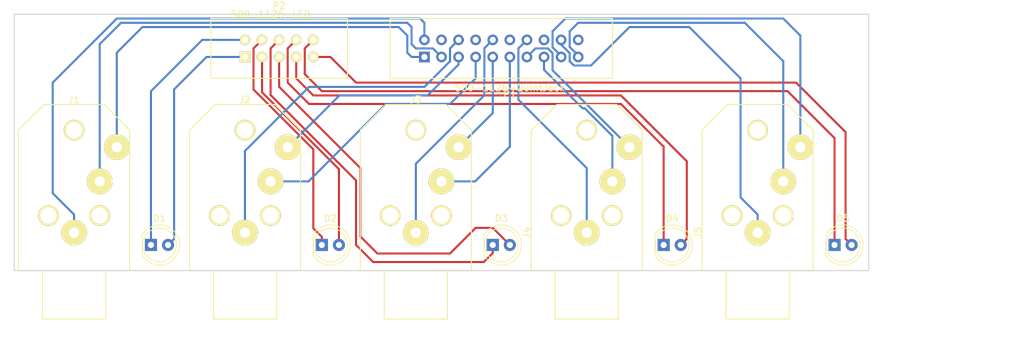
<source format=kicad_pcb>
(kicad_pcb (version 20171130) (host pcbnew "(5.0.0)")

  (general
    (thickness 1.6)
    (drawings 7)
    (tracks 143)
    (zones 0)
    (modules 12)
    (nets 31)
  )

  (page A4)
  (layers
    (0 F.Cu signal)
    (31 B.Cu signal)
    (32 B.Adhes user)
    (33 F.Adhes user)
    (34 B.Paste user)
    (35 F.Paste user)
    (36 B.SilkS user)
    (37 F.SilkS user)
    (38 B.Mask user)
    (39 F.Mask user)
    (40 Dwgs.User user)
    (41 Cmts.User user)
    (42 Eco1.User user)
    (43 Eco2.User user)
    (44 Edge.Cuts user)
    (45 Margin user)
    (46 B.CrtYd user)
    (47 F.CrtYd user)
    (48 B.Fab user)
    (49 F.Fab user)
  )

  (setup
    (last_trace_width 0.3048)
    (trace_clearance 0.3048)
    (zone_clearance 0.508)
    (zone_45_only no)
    (trace_min 0.2)
    (segment_width 0.2)
    (edge_width 0.15)
    (via_size 1.5748)
    (via_drill 0.9144)
    (via_min_size 0.4)
    (via_min_drill 0.3)
    (uvia_size 0.3)
    (uvia_drill 0.1)
    (uvias_allowed no)
    (uvia_min_size 0.2)
    (uvia_min_drill 0.1)
    (pcb_text_width 0.3)
    (pcb_text_size 1.5 1.5)
    (mod_edge_width 0.15)
    (mod_text_size 1 1)
    (mod_text_width 0.15)
    (pad_size 1.524 1.524)
    (pad_drill 0.762)
    (pad_to_mask_clearance 0.2)
    (aux_axis_origin 0 0)
    (visible_elements 7FFFEFFF)
    (pcbplotparams
      (layerselection 0x010f0_ffffffff)
      (usegerberextensions false)
      (usegerberattributes false)
      (usegerberadvancedattributes false)
      (creategerberjobfile false)
      (excludeedgelayer true)
      (linewidth 0.100000)
      (plotframeref false)
      (viasonmask false)
      (mode 1)
      (useauxorigin false)
      (hpglpennumber 1)
      (hpglpenspeed 20)
      (hpglpendiameter 15.000000)
      (psnegative false)
      (psa4output false)
      (plotreference true)
      (plotvalue true)
      (plotinvisibletext false)
      (padsonsilk false)
      (subtractmaskfromsilk false)
      (outputformat 1)
      (mirror false)
      (drillshape 0)
      (scaleselection 1)
      (outputdirectory "FAB/"))
  )

  (net 0 "")
  (net 1 "Net-(D1-Pad1)")
  (net 2 "Net-(D1-Pad2)")
  (net 3 "Net-(D2-Pad1)")
  (net 4 "Net-(D2-Pad2)")
  (net 5 "Net-(D3-Pad1)")
  (net 6 "Net-(D3-Pad2)")
  (net 7 "Net-(D4-Pad1)")
  (net 8 "Net-(D4-Pad2)")
  (net 9 "Net-(D5-Pad1)")
  (net 10 "Net-(D5-Pad2)")
  (net 11 "Net-(J1-Pad1)")
  (net 12 "Net-(J1-Pad2)")
  (net 13 "Net-(J1-Pad3)")
  (net 14 "Net-(J2-Pad1)")
  (net 15 "Net-(J2-Pad2)")
  (net 16 "Net-(J2-Pad3)")
  (net 17 "Net-(J3-Pad1)")
  (net 18 "Net-(J3-Pad2)")
  (net 19 "Net-(J3-Pad3)")
  (net 20 "Net-(J4-Pad1)")
  (net 21 "Net-(J4-Pad2)")
  (net 22 "Net-(J4-Pad3)")
  (net 23 "Net-(J5-Pad1)")
  (net 24 "Net-(J5-Pad2)")
  (net 25 "Net-(J5-Pad3)")
  (net 26 "Net-(P1-Pad4)")
  (net 27 "Net-(P1-Pad8)")
  (net 28 "Net-(P1-Pad12)")
  (net 29 "Net-(P1-Pad16)")
  (net 30 "Net-(P1-Pad20)")

  (net_class Default "This is the default net class."
    (clearance 0.3048)
    (trace_width 0.3048)
    (via_dia 1.5748)
    (via_drill 0.9144)
    (uvia_dia 0.3)
    (uvia_drill 0.1)
    (add_net "Net-(D1-Pad1)")
    (add_net "Net-(D1-Pad2)")
    (add_net "Net-(D2-Pad1)")
    (add_net "Net-(D2-Pad2)")
    (add_net "Net-(D3-Pad1)")
    (add_net "Net-(D3-Pad2)")
    (add_net "Net-(D4-Pad1)")
    (add_net "Net-(D4-Pad2)")
    (add_net "Net-(D5-Pad1)")
    (add_net "Net-(D5-Pad2)")
    (add_net "Net-(J1-Pad1)")
    (add_net "Net-(J1-Pad2)")
    (add_net "Net-(J1-Pad3)")
    (add_net "Net-(J2-Pad1)")
    (add_net "Net-(J2-Pad2)")
    (add_net "Net-(J2-Pad3)")
    (add_net "Net-(J3-Pad1)")
    (add_net "Net-(J3-Pad2)")
    (add_net "Net-(J3-Pad3)")
    (add_net "Net-(J4-Pad1)")
    (add_net "Net-(J4-Pad2)")
    (add_net "Net-(J4-Pad3)")
    (add_net "Net-(J5-Pad1)")
    (add_net "Net-(J5-Pad2)")
    (add_net "Net-(J5-Pad3)")
    (add_net "Net-(P1-Pad12)")
    (add_net "Net-(P1-Pad16)")
    (add_net "Net-(P1-Pad20)")
    (add_net "Net-(P1-Pad4)")
    (add_net "Net-(P1-Pad8)")
  )

  (module FootPrints:LED_5.0mm (layer F.Cu) (tedit 58A0C566) (tstamp 58E1D609)
    (at 143.51 135.89)
    (descr "LED, diameter 5.0mm, 2 pins, http://cdn-reichelt.de/documents/datenblatt/A500/LL-504BC2E-009.pdf")
    (tags "LED diameter 5.0mm 2 pins")
    (path /58E1DE88)
    (fp_text reference D1 (at 1.27 -3.96) (layer F.SilkS)
      (effects (font (size 1 1) (thickness 0.15)))
    )
    (fp_text value LED_ALT (at 1.27 3.96) (layer F.Fab)
      (effects (font (size 1 1) (thickness 0.15)))
    )
    (fp_arc (start 1.27 0) (end -1.23 -1.469694) (angle 299.1) (layer F.Fab) (width 0.1))
    (fp_arc (start 1.27 0) (end -1.29 -1.54483) (angle 148.9) (layer F.SilkS) (width 0.12))
    (fp_arc (start 1.27 0) (end -1.29 1.54483) (angle -148.9) (layer F.SilkS) (width 0.12))
    (fp_circle (center 1.27 0) (end 3.77 0) (layer F.Fab) (width 0.1))
    (fp_circle (center 1.27 0) (end 3.77 0) (layer F.SilkS) (width 0.12))
    (fp_line (start -1.23 -1.469694) (end -1.23 1.469694) (layer F.Fab) (width 0.1))
    (fp_line (start -1.29 -1.545) (end -1.29 1.545) (layer F.SilkS) (width 0.12))
    (fp_line (start -1.95 -3.25) (end -1.95 3.25) (layer F.CrtYd) (width 0.05))
    (fp_line (start -1.95 3.25) (end 4.5 3.25) (layer F.CrtYd) (width 0.05))
    (fp_line (start 4.5 3.25) (end 4.5 -3.25) (layer F.CrtYd) (width 0.05))
    (fp_line (start 4.5 -3.25) (end -1.95 -3.25) (layer F.CrtYd) (width 0.05))
    (pad 1 thru_hole rect (at 0 0) (size 1.8 1.8) (drill 0.9144) (layers *.Cu *.Mask)
      (net 1 "Net-(D1-Pad1)"))
    (pad 2 thru_hole circle (at 2.54 0) (size 1.8 1.8) (drill 0.9144) (layers *.Cu *.Mask)
      (net 2 "Net-(D1-Pad2)"))
    (model LEDs.3dshapes/LED_D5.0mm.wrl
      (at (xyz 0 0 0))
      (scale (xyz 0.393701 0.393701 0.393701))
      (rotate (xyz 0 0 0))
    )
  )

  (module FootPrints:LED_5.0mm (layer F.Cu) (tedit 58A0C566) (tstamp 58E1D60F)
    (at 168.91 135.89)
    (descr "LED, diameter 5.0mm, 2 pins, http://cdn-reichelt.de/documents/datenblatt/A500/LL-504BC2E-009.pdf")
    (tags "LED diameter 5.0mm 2 pins")
    (path /58E1DEF3)
    (fp_text reference D2 (at 1.27 -3.96) (layer F.SilkS)
      (effects (font (size 1 1) (thickness 0.15)))
    )
    (fp_text value LED_ALT (at 1.27 3.96) (layer F.Fab)
      (effects (font (size 1 1) (thickness 0.15)))
    )
    (fp_arc (start 1.27 0) (end -1.23 -1.469694) (angle 299.1) (layer F.Fab) (width 0.1))
    (fp_arc (start 1.27 0) (end -1.29 -1.54483) (angle 148.9) (layer F.SilkS) (width 0.12))
    (fp_arc (start 1.27 0) (end -1.29 1.54483) (angle -148.9) (layer F.SilkS) (width 0.12))
    (fp_circle (center 1.27 0) (end 3.77 0) (layer F.Fab) (width 0.1))
    (fp_circle (center 1.27 0) (end 3.77 0) (layer F.SilkS) (width 0.12))
    (fp_line (start -1.23 -1.469694) (end -1.23 1.469694) (layer F.Fab) (width 0.1))
    (fp_line (start -1.29 -1.545) (end -1.29 1.545) (layer F.SilkS) (width 0.12))
    (fp_line (start -1.95 -3.25) (end -1.95 3.25) (layer F.CrtYd) (width 0.05))
    (fp_line (start -1.95 3.25) (end 4.5 3.25) (layer F.CrtYd) (width 0.05))
    (fp_line (start 4.5 3.25) (end 4.5 -3.25) (layer F.CrtYd) (width 0.05))
    (fp_line (start 4.5 -3.25) (end -1.95 -3.25) (layer F.CrtYd) (width 0.05))
    (pad 1 thru_hole rect (at 0 0) (size 1.8 1.8) (drill 0.9144) (layers *.Cu *.Mask)
      (net 3 "Net-(D2-Pad1)"))
    (pad 2 thru_hole circle (at 2.54 0) (size 1.8 1.8) (drill 0.9144) (layers *.Cu *.Mask)
      (net 4 "Net-(D2-Pad2)"))
    (model LEDs.3dshapes/LED_D5.0mm.wrl
      (at (xyz 0 0 0))
      (scale (xyz 0.393701 0.393701 0.393701))
      (rotate (xyz 0 0 0))
    )
  )

  (module FootPrints:LED_5.0mm (layer F.Cu) (tedit 58A0C566) (tstamp 58E1D615)
    (at 194.31 135.89)
    (descr "LED, diameter 5.0mm, 2 pins, http://cdn-reichelt.de/documents/datenblatt/A500/LL-504BC2E-009.pdf")
    (tags "LED diameter 5.0mm 2 pins")
    (path /58E1DF2A)
    (fp_text reference D3 (at 1.27 -3.96) (layer F.SilkS)
      (effects (font (size 1 1) (thickness 0.15)))
    )
    (fp_text value LED_ALT (at 1.27 3.96) (layer F.Fab)
      (effects (font (size 1 1) (thickness 0.15)))
    )
    (fp_arc (start 1.27 0) (end -1.23 -1.469694) (angle 299.1) (layer F.Fab) (width 0.1))
    (fp_arc (start 1.27 0) (end -1.29 -1.54483) (angle 148.9) (layer F.SilkS) (width 0.12))
    (fp_arc (start 1.27 0) (end -1.29 1.54483) (angle -148.9) (layer F.SilkS) (width 0.12))
    (fp_circle (center 1.27 0) (end 3.77 0) (layer F.Fab) (width 0.1))
    (fp_circle (center 1.27 0) (end 3.77 0) (layer F.SilkS) (width 0.12))
    (fp_line (start -1.23 -1.469694) (end -1.23 1.469694) (layer F.Fab) (width 0.1))
    (fp_line (start -1.29 -1.545) (end -1.29 1.545) (layer F.SilkS) (width 0.12))
    (fp_line (start -1.95 -3.25) (end -1.95 3.25) (layer F.CrtYd) (width 0.05))
    (fp_line (start -1.95 3.25) (end 4.5 3.25) (layer F.CrtYd) (width 0.05))
    (fp_line (start 4.5 3.25) (end 4.5 -3.25) (layer F.CrtYd) (width 0.05))
    (fp_line (start 4.5 -3.25) (end -1.95 -3.25) (layer F.CrtYd) (width 0.05))
    (pad 1 thru_hole rect (at 0 0) (size 1.8 1.8) (drill 0.9144) (layers *.Cu *.Mask)
      (net 5 "Net-(D3-Pad1)"))
    (pad 2 thru_hole circle (at 2.54 0) (size 1.8 1.8) (drill 0.9144) (layers *.Cu *.Mask)
      (net 6 "Net-(D3-Pad2)"))
    (model LEDs.3dshapes/LED_D5.0mm.wrl
      (at (xyz 0 0 0))
      (scale (xyz 0.393701 0.393701 0.393701))
      (rotate (xyz 0 0 0))
    )
  )

  (module FootPrints:LED_5.0mm (layer F.Cu) (tedit 58A0C566) (tstamp 58E1D61B)
    (at 219.71 135.89)
    (descr "LED, diameter 5.0mm, 2 pins, http://cdn-reichelt.de/documents/datenblatt/A500/LL-504BC2E-009.pdf")
    (tags "LED diameter 5.0mm 2 pins")
    (path /58E1DF60)
    (fp_text reference D4 (at 1.27 -3.96) (layer F.SilkS)
      (effects (font (size 1 1) (thickness 0.15)))
    )
    (fp_text value LED_ALT (at 1.27 3.96) (layer F.Fab)
      (effects (font (size 1 1) (thickness 0.15)))
    )
    (fp_arc (start 1.27 0) (end -1.23 -1.469694) (angle 299.1) (layer F.Fab) (width 0.1))
    (fp_arc (start 1.27 0) (end -1.29 -1.54483) (angle 148.9) (layer F.SilkS) (width 0.12))
    (fp_arc (start 1.27 0) (end -1.29 1.54483) (angle -148.9) (layer F.SilkS) (width 0.12))
    (fp_circle (center 1.27 0) (end 3.77 0) (layer F.Fab) (width 0.1))
    (fp_circle (center 1.27 0) (end 3.77 0) (layer F.SilkS) (width 0.12))
    (fp_line (start -1.23 -1.469694) (end -1.23 1.469694) (layer F.Fab) (width 0.1))
    (fp_line (start -1.29 -1.545) (end -1.29 1.545) (layer F.SilkS) (width 0.12))
    (fp_line (start -1.95 -3.25) (end -1.95 3.25) (layer F.CrtYd) (width 0.05))
    (fp_line (start -1.95 3.25) (end 4.5 3.25) (layer F.CrtYd) (width 0.05))
    (fp_line (start 4.5 3.25) (end 4.5 -3.25) (layer F.CrtYd) (width 0.05))
    (fp_line (start 4.5 -3.25) (end -1.95 -3.25) (layer F.CrtYd) (width 0.05))
    (pad 1 thru_hole rect (at 0 0) (size 1.8 1.8) (drill 0.9144) (layers *.Cu *.Mask)
      (net 7 "Net-(D4-Pad1)"))
    (pad 2 thru_hole circle (at 2.54 0) (size 1.8 1.8) (drill 0.9144) (layers *.Cu *.Mask)
      (net 8 "Net-(D4-Pad2)"))
    (model LEDs.3dshapes/LED_D5.0mm.wrl
      (at (xyz 0 0 0))
      (scale (xyz 0.393701 0.393701 0.393701))
      (rotate (xyz 0 0 0))
    )
  )

  (module FootPrints:LED_5.0mm (layer F.Cu) (tedit 58A0C566) (tstamp 58E1D621)
    (at 245.11 135.89)
    (descr "LED, diameter 5.0mm, 2 pins, http://cdn-reichelt.de/documents/datenblatt/A500/LL-504BC2E-009.pdf")
    (tags "LED diameter 5.0mm 2 pins")
    (path /58E1DFCE)
    (fp_text reference D5 (at 1.27 -3.96) (layer F.SilkS)
      (effects (font (size 1 1) (thickness 0.15)))
    )
    (fp_text value LED_ALT (at 1.27 3.96) (layer F.Fab)
      (effects (font (size 1 1) (thickness 0.15)))
    )
    (fp_arc (start 1.27 0) (end -1.23 -1.469694) (angle 299.1) (layer F.Fab) (width 0.1))
    (fp_arc (start 1.27 0) (end -1.29 -1.54483) (angle 148.9) (layer F.SilkS) (width 0.12))
    (fp_arc (start 1.27 0) (end -1.29 1.54483) (angle -148.9) (layer F.SilkS) (width 0.12))
    (fp_circle (center 1.27 0) (end 3.77 0) (layer F.Fab) (width 0.1))
    (fp_circle (center 1.27 0) (end 3.77 0) (layer F.SilkS) (width 0.12))
    (fp_line (start -1.23 -1.469694) (end -1.23 1.469694) (layer F.Fab) (width 0.1))
    (fp_line (start -1.29 -1.545) (end -1.29 1.545) (layer F.SilkS) (width 0.12))
    (fp_line (start -1.95 -3.25) (end -1.95 3.25) (layer F.CrtYd) (width 0.05))
    (fp_line (start -1.95 3.25) (end 4.5 3.25) (layer F.CrtYd) (width 0.05))
    (fp_line (start 4.5 3.25) (end 4.5 -3.25) (layer F.CrtYd) (width 0.05))
    (fp_line (start 4.5 -3.25) (end -1.95 -3.25) (layer F.CrtYd) (width 0.05))
    (pad 1 thru_hole rect (at 0 0) (size 1.8 1.8) (drill 0.9144) (layers *.Cu *.Mask)
      (net 9 "Net-(D5-Pad1)"))
    (pad 2 thru_hole circle (at 2.54 0) (size 1.8 1.8) (drill 0.9144) (layers *.Cu *.Mask)
      (net 10 "Net-(D5-Pad2)"))
    (model LEDs.3dshapes/LED_D5.0mm.wrl
      (at (xyz 0 0 0))
      (scale (xyz 0.393701 0.393701 0.393701))
      (rotate (xyz 0 0 0))
    )
  )

  (module FootPrints:PHONE-SC112A (layer F.Cu) (tedit 58E26CA5) (tstamp 58E1D62B)
    (at 132.08 139.7 270)
    (path /58E1CFB5)
    (fp_text reference J1 (at -25.4 0) (layer F.SilkS)
      (effects (font (size 1 1) (thickness 0.15)))
    )
    (fp_text value Phone_Jack_wSw-PCB (at -5.6388 10.16 270) (layer F.Fab)
      (effects (font (size 1 1) (thickness 0.15)))
    )
    (fp_line (start 0 -4.699) (end 7.1882 -4.699) (layer F.SilkS) (width 0.15))
    (fp_line (start 7.1882 -4.699) (end 7.1882 4.699) (layer F.SilkS) (width 0.15))
    (fp_line (start 7.1882 4.699) (end 0 4.699) (layer F.SilkS) (width 0.15))
    (fp_line (start -24.6888 4.445) (end -24.6888 -4.445) (layer F.SilkS) (width 0.15))
    (fp_line (start -24.6888 -4.445) (end -20.8788 -8.255) (layer F.SilkS) (width 0.15))
    (fp_line (start -20.8788 -8.255) (end 0 -8.255) (layer F.SilkS) (width 0.15))
    (fp_line (start 0 -8.255) (end 0 8.255) (layer F.SilkS) (width 0.15))
    (fp_line (start 0 8.255) (end -20.8788 8.255) (layer F.SilkS) (width 0.15))
    (fp_line (start -20.8788 8.255) (end -24.6888 4.445) (layer F.SilkS) (width 0.15))
    (pad 1 thru_hole circle (at -5.6388 0 270) (size 3.81 3.81) (drill 1.524) (layers *.Cu *.Mask F.SilkS)
      (net 11 "Net-(J1-Pad1)"))
    (pad "" thru_hole circle (at -8.1788 -3.81 270) (size 3.048 3.048) (drill 2.413) (layers *.Cu *.Mask F.SilkS))
    (pad 2 thru_hole circle (at -13.2588 -3.81 270) (size 3.81 3.81) (drill 1.524) (layers *.Cu *.Mask F.SilkS)
      (net 12 "Net-(J1-Pad2)"))
    (pad 3 thru_hole circle (at -18.3388 -6.35 270) (size 3.81 3.81) (drill 1.524) (layers *.Cu *.Mask F.SilkS)
      (net 13 "Net-(J1-Pad3)"))
    (pad "" thru_hole circle (at -20.8788 0 270) (size 3.048 3.048) (drill 2.413) (layers *.Cu *.Mask F.SilkS))
    (pad "" thru_hole circle (at -8.1788 3.81 270) (size 3.048 3.048) (drill 2.413) (layers *.Cu *.Mask F.SilkS))
  )

  (module FootPrints:PHONE-SC112A (layer F.Cu) (tedit 58E26CB1) (tstamp 58E1D635)
    (at 157.48 139.7 270)
    (path /58E1CFEB)
    (fp_text reference J2 (at -25.4 0) (layer F.SilkS)
      (effects (font (size 1 1) (thickness 0.15)))
    )
    (fp_text value Phone_Jack_wSw-PCB (at -5.6388 10.16 270) (layer F.Fab)
      (effects (font (size 1 1) (thickness 0.15)))
    )
    (fp_line (start 0 -4.699) (end 7.1882 -4.699) (layer F.SilkS) (width 0.15))
    (fp_line (start 7.1882 -4.699) (end 7.1882 4.699) (layer F.SilkS) (width 0.15))
    (fp_line (start 7.1882 4.699) (end 0 4.699) (layer F.SilkS) (width 0.15))
    (fp_line (start -24.6888 4.445) (end -24.6888 -4.445) (layer F.SilkS) (width 0.15))
    (fp_line (start -24.6888 -4.445) (end -20.8788 -8.255) (layer F.SilkS) (width 0.15))
    (fp_line (start -20.8788 -8.255) (end 0 -8.255) (layer F.SilkS) (width 0.15))
    (fp_line (start 0 -8.255) (end 0 8.255) (layer F.SilkS) (width 0.15))
    (fp_line (start 0 8.255) (end -20.8788 8.255) (layer F.SilkS) (width 0.15))
    (fp_line (start -20.8788 8.255) (end -24.6888 4.445) (layer F.SilkS) (width 0.15))
    (pad 1 thru_hole circle (at -5.6388 0 270) (size 3.81 3.81) (drill 1.524) (layers *.Cu *.Mask F.SilkS)
      (net 14 "Net-(J2-Pad1)"))
    (pad "" thru_hole circle (at -8.1788 -3.81 270) (size 3.048 3.048) (drill 2.413) (layers *.Cu *.Mask F.SilkS))
    (pad 2 thru_hole circle (at -13.2588 -3.81 270) (size 3.81 3.81) (drill 1.524) (layers *.Cu *.Mask F.SilkS)
      (net 15 "Net-(J2-Pad2)"))
    (pad 3 thru_hole circle (at -18.3388 -6.35 270) (size 3.81 3.81) (drill 1.524) (layers *.Cu *.Mask F.SilkS)
      (net 16 "Net-(J2-Pad3)"))
    (pad "" thru_hole circle (at -20.8788 0 270) (size 3.048 3.048) (drill 2.413) (layers *.Cu *.Mask F.SilkS))
    (pad "" thru_hole circle (at -8.1788 3.81 270) (size 3.048 3.048) (drill 2.413) (layers *.Cu *.Mask F.SilkS))
  )

  (module FootPrints:PHONE-SC112A (layer F.Cu) (tedit 58E26CC2) (tstamp 58E1D63F)
    (at 182.88 139.7 270)
    (path /58E1D00D)
    (fp_text reference J3 (at -25.4 0) (layer F.SilkS)
      (effects (font (size 1 1) (thickness 0.15)))
    )
    (fp_text value Phone_Jack_wSw-PCB (at -5.6388 10.16 270) (layer F.Fab)
      (effects (font (size 1 1) (thickness 0.15)))
    )
    (fp_line (start 0 -4.699) (end 7.1882 -4.699) (layer F.SilkS) (width 0.15))
    (fp_line (start 7.1882 -4.699) (end 7.1882 4.699) (layer F.SilkS) (width 0.15))
    (fp_line (start 7.1882 4.699) (end 0 4.699) (layer F.SilkS) (width 0.15))
    (fp_line (start -24.6888 4.445) (end -24.6888 -4.445) (layer F.SilkS) (width 0.15))
    (fp_line (start -24.6888 -4.445) (end -20.8788 -8.255) (layer F.SilkS) (width 0.15))
    (fp_line (start -20.8788 -8.255) (end 0 -8.255) (layer F.SilkS) (width 0.15))
    (fp_line (start 0 -8.255) (end 0 8.255) (layer F.SilkS) (width 0.15))
    (fp_line (start 0 8.255) (end -20.8788 8.255) (layer F.SilkS) (width 0.15))
    (fp_line (start -20.8788 8.255) (end -24.6888 4.445) (layer F.SilkS) (width 0.15))
    (pad 1 thru_hole circle (at -5.6388 0 270) (size 3.81 3.81) (drill 1.524) (layers *.Cu *.Mask F.SilkS)
      (net 17 "Net-(J3-Pad1)"))
    (pad "" thru_hole circle (at -8.1788 -3.81 270) (size 3.048 3.048) (drill 2.413) (layers *.Cu *.Mask F.SilkS))
    (pad 2 thru_hole circle (at -13.2588 -3.81 270) (size 3.81 3.81) (drill 1.524) (layers *.Cu *.Mask F.SilkS)
      (net 18 "Net-(J3-Pad2)"))
    (pad 3 thru_hole circle (at -18.3388 -6.35 270) (size 3.81 3.81) (drill 1.524) (layers *.Cu *.Mask F.SilkS)
      (net 19 "Net-(J3-Pad3)"))
    (pad "" thru_hole circle (at -20.8788 0 270) (size 3.048 3.048) (drill 2.413) (layers *.Cu *.Mask F.SilkS))
    (pad "" thru_hole circle (at -8.1788 3.81 270) (size 3.048 3.048) (drill 2.413) (layers *.Cu *.Mask F.SilkS))
  )

  (module FootPrints:PHONE-SC112A (layer F.Cu) (tedit 56D52D2B) (tstamp 58E1D649)
    (at 208.28 139.7 270)
    (path /58E1D03A)
    (fp_text reference J4 (at -5.6388 8.89 270) (layer F.SilkS)
      (effects (font (size 1 1) (thickness 0.15)))
    )
    (fp_text value Phone_Jack_wSw-PCB (at -5.6388 10.16 270) (layer F.Fab)
      (effects (font (size 1 1) (thickness 0.15)))
    )
    (fp_line (start 0 -4.699) (end 7.1882 -4.699) (layer F.SilkS) (width 0.15))
    (fp_line (start 7.1882 -4.699) (end 7.1882 4.699) (layer F.SilkS) (width 0.15))
    (fp_line (start 7.1882 4.699) (end 0 4.699) (layer F.SilkS) (width 0.15))
    (fp_line (start -24.6888 4.445) (end -24.6888 -4.445) (layer F.SilkS) (width 0.15))
    (fp_line (start -24.6888 -4.445) (end -20.8788 -8.255) (layer F.SilkS) (width 0.15))
    (fp_line (start -20.8788 -8.255) (end 0 -8.255) (layer F.SilkS) (width 0.15))
    (fp_line (start 0 -8.255) (end 0 8.255) (layer F.SilkS) (width 0.15))
    (fp_line (start 0 8.255) (end -20.8788 8.255) (layer F.SilkS) (width 0.15))
    (fp_line (start -20.8788 8.255) (end -24.6888 4.445) (layer F.SilkS) (width 0.15))
    (pad 1 thru_hole circle (at -5.6388 0 270) (size 3.81 3.81) (drill 1.524) (layers *.Cu *.Mask F.SilkS)
      (net 20 "Net-(J4-Pad1)"))
    (pad "" thru_hole circle (at -8.1788 -3.81 270) (size 3.048 3.048) (drill 2.413) (layers *.Cu *.Mask F.SilkS))
    (pad 2 thru_hole circle (at -13.2588 -3.81 270) (size 3.81 3.81) (drill 1.524) (layers *.Cu *.Mask F.SilkS)
      (net 21 "Net-(J4-Pad2)"))
    (pad 3 thru_hole circle (at -18.3388 -6.35 270) (size 3.81 3.81) (drill 1.524) (layers *.Cu *.Mask F.SilkS)
      (net 22 "Net-(J4-Pad3)"))
    (pad "" thru_hole circle (at -20.8788 0 270) (size 3.048 3.048) (drill 2.413) (layers *.Cu *.Mask F.SilkS))
    (pad "" thru_hole circle (at -8.1788 3.81 270) (size 3.048 3.048) (drill 2.413) (layers *.Cu *.Mask F.SilkS))
  )

  (module FootPrints:PHONE-SC112A (layer F.Cu) (tedit 56D52D2B) (tstamp 58E1D653)
    (at 233.68 139.7 270)
    (path /58E1D068)
    (fp_text reference J5 (at -5.6388 8.89 270) (layer F.SilkS)
      (effects (font (size 1 1) (thickness 0.15)))
    )
    (fp_text value Phone_Jack_wSw-PCB (at -5.6388 10.16 270) (layer F.Fab)
      (effects (font (size 1 1) (thickness 0.15)))
    )
    (fp_line (start 0 -4.699) (end 7.1882 -4.699) (layer F.SilkS) (width 0.15))
    (fp_line (start 7.1882 -4.699) (end 7.1882 4.699) (layer F.SilkS) (width 0.15))
    (fp_line (start 7.1882 4.699) (end 0 4.699) (layer F.SilkS) (width 0.15))
    (fp_line (start -24.6888 4.445) (end -24.6888 -4.445) (layer F.SilkS) (width 0.15))
    (fp_line (start -24.6888 -4.445) (end -20.8788 -8.255) (layer F.SilkS) (width 0.15))
    (fp_line (start -20.8788 -8.255) (end 0 -8.255) (layer F.SilkS) (width 0.15))
    (fp_line (start 0 -8.255) (end 0 8.255) (layer F.SilkS) (width 0.15))
    (fp_line (start 0 8.255) (end -20.8788 8.255) (layer F.SilkS) (width 0.15))
    (fp_line (start -20.8788 8.255) (end -24.6888 4.445) (layer F.SilkS) (width 0.15))
    (pad 1 thru_hole circle (at -5.6388 0 270) (size 3.81 3.81) (drill 1.524) (layers *.Cu *.Mask F.SilkS)
      (net 23 "Net-(J5-Pad1)"))
    (pad "" thru_hole circle (at -8.1788 -3.81 270) (size 3.048 3.048) (drill 2.413) (layers *.Cu *.Mask F.SilkS))
    (pad 2 thru_hole circle (at -13.2588 -3.81 270) (size 3.81 3.81) (drill 1.524) (layers *.Cu *.Mask F.SilkS)
      (net 24 "Net-(J5-Pad2)"))
    (pad 3 thru_hole circle (at -18.3388 -6.35 270) (size 3.81 3.81) (drill 1.524) (layers *.Cu *.Mask F.SilkS)
      (net 25 "Net-(J5-Pad3)"))
    (pad "" thru_hole circle (at -20.8788 0 270) (size 3.048 3.048) (drill 2.413) (layers *.Cu *.Mask F.SilkS))
    (pad "" thru_hole circle (at -8.1788 3.81 270) (size 3.048 3.048) (drill 2.413) (layers *.Cu *.Mask F.SilkS))
  )

  (module FootPrints:IDC10x2_Vert (layer F.Cu) (tedit 58BDCF68) (tstamp 58E1D66B)
    (at 195.58 106.68)
    (path /58E1D5E0)
    (fp_text reference P1 (at 1.27 6.85) (layer F.SilkS)
      (effects (font (size 1 1) (thickness 0.15)))
    )
    (fp_text value 500-1126-QuintJack (at 1.27 5.85) (layer F.SilkS)
      (effects (font (size 1 1) (thickness 0.15)))
    )
    (fp_line (start -16.51 -4.445) (end 16.51 -4.445) (layer F.SilkS) (width 0.15))
    (fp_line (start 16.51 -4.445) (end 16.51 4.445) (layer F.SilkS) (width 0.15))
    (fp_line (start 16.51 4.445) (end -15.875 4.445) (layer F.SilkS) (width 0.15))
    (fp_line (start -15.875 4.445) (end -16.51 4.445) (layer F.SilkS) (width 0.15))
    (fp_line (start -16.51 4.445) (end -16.51 -4.445) (layer F.SilkS) (width 0.15))
    (fp_line (start -16.51 -4.445) (end -15.875 -4.445) (layer F.SilkS) (width 0.15))
    (pad 1 thru_hole rect (at -11.43 1.27) (size 1.5748 1.5748) (drill 0.9144) (layers *.Cu *.Mask)
      (net 13 "Net-(J1-Pad3)"))
    (pad 2 thru_hole circle (at -11.43 -1.27) (size 1.5748 1.5748) (drill 0.9144) (layers *.Cu *.Mask)
      (net 11 "Net-(J1-Pad1)"))
    (pad 3 thru_hole circle (at -8.89 1.27) (size 1.5748 1.5748) (drill 0.9144) (layers *.Cu *.Mask)
      (net 12 "Net-(J1-Pad2)"))
    (pad 4 thru_hole circle (at -8.89 -1.27) (size 1.5748 1.5748) (drill 0.9144) (layers *.Cu *.Mask)
      (net 26 "Net-(P1-Pad4)"))
    (pad 5 thru_hole circle (at -6.35 1.27) (size 1.5748 1.5748) (drill 0.9144) (layers *.Cu *.Mask)
      (net 16 "Net-(J2-Pad3)"))
    (pad 6 thru_hole circle (at -6.35 -1.27) (size 1.5748 1.5748) (drill 0.9144) (layers *.Cu *.Mask)
      (net 14 "Net-(J2-Pad1)"))
    (pad 7 thru_hole circle (at -3.81 1.27) (size 1.5748 1.5748) (drill 0.9144) (layers *.Cu *.Mask)
      (net 15 "Net-(J2-Pad2)"))
    (pad 8 thru_hole circle (at -3.81 -1.27) (size 1.5748 1.5748) (drill 0.9144) (layers *.Cu *.Mask)
      (net 27 "Net-(P1-Pad8)"))
    (pad 9 thru_hole circle (at -1.27 1.27) (size 1.5748 1.5748) (drill 0.9144) (layers *.Cu *.Mask)
      (net 19 "Net-(J3-Pad3)"))
    (pad 10 thru_hole circle (at -1.27 -1.27) (size 1.5748 1.5748) (drill 0.9144) (layers *.Cu *.Mask)
      (net 17 "Net-(J3-Pad1)"))
    (pad 11 thru_hole circle (at 1.27 1.27) (size 1.5748 1.5748) (drill 0.9144) (layers *.Cu *.Mask)
      (net 18 "Net-(J3-Pad2)"))
    (pad 12 thru_hole circle (at 1.27 -1.27) (size 1.5748 1.5748) (drill 0.9144) (layers *.Cu *.Mask)
      (net 28 "Net-(P1-Pad12)"))
    (pad 13 thru_hole circle (at 3.81 1.27) (size 1.5748 1.5748) (drill 0.9144) (layers *.Cu *.Mask)
      (net 22 "Net-(J4-Pad3)"))
    (pad 14 thru_hole circle (at 3.81 -1.27) (size 1.5748 1.5748) (drill 0.9144) (layers *.Cu *.Mask)
      (net 20 "Net-(J4-Pad1)"))
    (pad 15 thru_hole circle (at 6.35 1.27) (size 1.5748 1.5748) (drill 0.9144) (layers *.Cu *.Mask)
      (net 21 "Net-(J4-Pad2)"))
    (pad 16 thru_hole circle (at 6.35 -1.27) (size 1.5748 1.5748) (drill 0.9144) (layers *.Cu *.Mask)
      (net 29 "Net-(P1-Pad16)"))
    (pad 17 thru_hole circle (at 8.89 1.27) (size 1.5748 1.5748) (drill 0.9144) (layers *.Cu *.Mask)
      (net 25 "Net-(J5-Pad3)"))
    (pad 18 thru_hole circle (at 8.89 -1.27) (size 1.5748 1.5748) (drill 0.9144) (layers *.Cu *.Mask)
      (net 23 "Net-(J5-Pad1)"))
    (pad 19 thru_hole circle (at 11.43 1.27) (size 1.5748 1.5748) (drill 0.9144) (layers *.Cu *.Mask)
      (net 24 "Net-(J5-Pad2)"))
    (pad 20 thru_hole circle (at 11.43 -1.27) (size 1.5748 1.5748) (drill 0.9144) (layers *.Cu *.Mask)
      (net 30 "Net-(P1-Pad20)"))
  )

  (module FootPrints:IDC5x2_Vert (layer F.Cu) (tedit 58C2383B) (tstamp 58E1D679)
    (at 162.56 106.68 180)
    (path /58E1DCD1)
    (fp_text reference P2 (at 0 6.35 180) (layer F.SilkS)
      (effects (font (size 1 1) (thickness 0.15)))
    )
    (fp_text value 500-1126-LED (at 1.27 5.08 180) (layer F.SilkS)
      (effects (font (size 1 1) (thickness 0.15)))
    )
    (fp_line (start 10.16 4.445) (end 10.16 2.54) (layer F.SilkS) (width 0.15))
    (fp_line (start -10.16 4.445) (end 10.16 4.445) (layer F.SilkS) (width 0.15))
    (fp_line (start -10.16 2.54) (end -10.16 4.445) (layer F.SilkS) (width 0.15))
    (fp_line (start 10.16 -4.445) (end 10.16 -2.54) (layer F.SilkS) (width 0.15))
    (fp_line (start -10.16 -4.445) (end 10.16 -4.445) (layer F.SilkS) (width 0.15))
    (fp_line (start -10.16 -2.54) (end -10.16 -4.445) (layer F.SilkS) (width 0.15))
    (fp_line (start -10.16 2.54) (end -10.16 -2.54) (layer F.SilkS) (width 0.15))
    (fp_line (start 10.16 -2.54) (end 10.16 2.54) (layer F.SilkS) (width 0.15))
    (pad 1 thru_hole rect (at 5.08 -1.27 180) (size 1.5748 1.5748) (drill 0.9144) (layers *.Cu *.Mask F.SilkS)
      (net 2 "Net-(D1-Pad2)"))
    (pad 2 thru_hole circle (at 5.08 1.27 180) (size 1.5748 1.5748) (drill 0.9144) (layers *.Cu *.Mask F.SilkS)
      (net 1 "Net-(D1-Pad1)"))
    (pad 3 thru_hole circle (at 2.54 -1.27 180) (size 1.5748 1.5748) (drill 0.9144) (layers *.Cu *.Mask F.SilkS)
      (net 4 "Net-(D2-Pad2)"))
    (pad 4 thru_hole circle (at 2.54 1.27 180) (size 1.5748 1.5748) (drill 0.9144) (layers *.Cu *.Mask F.SilkS)
      (net 3 "Net-(D2-Pad1)"))
    (pad 5 thru_hole circle (at 0 -1.27 180) (size 1.5748 1.5748) (drill 0.9144) (layers *.Cu *.Mask F.SilkS)
      (net 6 "Net-(D3-Pad2)"))
    (pad 6 thru_hole circle (at 0 1.27 180) (size 1.5748 1.5748) (drill 0.9144) (layers *.Cu *.Mask F.SilkS)
      (net 5 "Net-(D3-Pad1)"))
    (pad 7 thru_hole circle (at -2.54 -1.27 180) (size 1.5748 1.5748) (drill 0.9144) (layers *.Cu *.Mask F.SilkS)
      (net 8 "Net-(D4-Pad2)"))
    (pad 8 thru_hole circle (at -2.54 1.27 180) (size 1.5748 1.5748) (drill 0.9144) (layers *.Cu *.Mask F.SilkS)
      (net 7 "Net-(D4-Pad1)"))
    (pad 9 thru_hole circle (at -5.08 -1.27 180) (size 1.5748 1.5748) (drill 0.9144) (layers *.Cu *.Mask F.SilkS)
      (net 10 "Net-(D5-Pad2)"))
    (pad 10 thru_hole circle (at -5.08 1.27 180) (size 1.5748 1.5748) (drill 0.9144) (layers *.Cu *.Mask F.SilkS)
      (net 9 "Net-(D5-Pad1)"))
  )

  (dimension 38.1 (width 0.3) (layer F.Fab)
    (gr_text "1.5000 in" (at 270.59 120.65 270) (layer F.Fab)
      (effects (font (size 1.5 1.5) (thickness 0.3)))
    )
    (feature1 (pts (xy 254 139.7) (xy 271.94 139.7)))
    (feature2 (pts (xy 254 101.6) (xy 271.94 101.6)))
    (crossbar (pts (xy 269.24 101.6) (xy 269.24 139.7)))
    (arrow1a (pts (xy 269.24 139.7) (xy 268.653579 138.573496)))
    (arrow1b (pts (xy 269.24 139.7) (xy 269.826421 138.573496)))
    (arrow2a (pts (xy 269.24 101.6) (xy 268.653579 102.726504)))
    (arrow2b (pts (xy 269.24 101.6) (xy 269.826421 102.726504)))
  )
  (dimension 127 (width 0.3) (layer F.Fab)
    (gr_text "5.0000 in" (at 186.69 153.75) (layer F.Fab)
      (effects (font (size 1.5 1.5) (thickness 0.3)))
    )
    (feature1 (pts (xy 250.19 140.97) (xy 250.19 155.1)))
    (feature2 (pts (xy 123.19 140.97) (xy 123.19 155.1)))
    (crossbar (pts (xy 123.19 152.4) (xy 250.19 152.4)))
    (arrow1a (pts (xy 250.19 152.4) (xy 249.063496 152.986421)))
    (arrow1b (pts (xy 250.19 152.4) (xy 249.063496 151.813579)))
    (arrow2a (pts (xy 123.19 152.4) (xy 124.316504 152.986421)))
    (arrow2b (pts (xy 123.19 152.4) (xy 124.316504 151.813579)))
  )
  (gr_line (start 123.19 101.6) (end 123.19 139.7) (angle 90) (layer Edge.Cuts) (width 0.15))
  (gr_line (start 250.19 101.6) (end 123.19 101.6) (angle 90) (layer Edge.Cuts) (width 0.15))
  (gr_line (start 250.19 102.87) (end 250.19 101.6) (angle 90) (layer Edge.Cuts) (width 0.15))
  (gr_line (start 250.19 139.7) (end 250.19 102.87) (angle 90) (layer Edge.Cuts) (width 0.15))
  (gr_line (start 123.19 139.7) (end 250.19 139.7) (angle 90) (layer Edge.Cuts) (width 0.15))

  (segment (start 151.13 105.41) (end 157.48 105.41) (width 0.3048) (layer B.Cu) (net 1))
  (segment (start 143.51 113.03) (end 151.13 105.41) (width 0.3048) (layer B.Cu) (net 1))
  (segment (start 143.51 135.89) (end 143.51 113.03) (width 0.3048) (layer B.Cu) (net 1))
  (segment (start 151.765 107.95) (end 157.48 107.95) (width 0.3048) (layer B.Cu) (net 2))
  (segment (start 146.949999 112.765001) (end 151.765 107.95) (width 0.3048) (layer B.Cu) (net 2))
  (segment (start 146.05 135.89) (end 146.949999 134.990001) (width 0.3048) (layer B.Cu) (net 2))
  (segment (start 146.949999 134.990001) (end 146.949999 112.765001) (width 0.3048) (layer B.Cu) (net 2))
  (segment (start 158.75 112.785142) (end 158.75 106.68) (width 0.3048) (layer F.Cu) (net 3))
  (segment (start 158.75 106.68) (end 160.02 105.41) (width 0.3048) (layer F.Cu) (net 3))
  (segment (start 167.64 133.4152) (end 167.64 121.675142) (width 0.3048) (layer F.Cu) (net 3))
  (segment (start 167.64 121.675142) (end 158.75 112.785142) (width 0.3048) (layer F.Cu) (net 3))
  (segment (start 168.91 135.89) (end 168.91 134.6852) (width 0.3048) (layer F.Cu) (net 3))
  (segment (start 168.91 134.6852) (end 167.64 133.4152) (width 0.3048) (layer F.Cu) (net 3))
  (segment (start 160.02 113.193022) (end 160.02 109.063551) (width 0.3048) (layer F.Cu) (net 4))
  (segment (start 171.45 124.623022) (end 160.02 113.193022) (width 0.3048) (layer F.Cu) (net 4))
  (segment (start 171.45 135.89) (end 171.45 124.623022) (width 0.3048) (layer F.Cu) (net 4))
  (segment (start 160.02 109.063551) (end 160.02 107.95) (width 0.3048) (layer F.Cu) (net 4))
  (segment (start 161.29 113.600902) (end 161.29 106.68) (width 0.3048) (layer F.Cu) (net 5))
  (segment (start 161.29 106.68) (end 162.56 105.41) (width 0.3048) (layer F.Cu) (net 5))
  (segment (start 173.99 135.89) (end 173.99 126.300902) (width 0.3048) (layer F.Cu) (net 5))
  (segment (start 173.99 126.300902) (end 161.29 113.600902) (width 0.3048) (layer F.Cu) (net 5))
  (segment (start 176.53 138.43) (end 173.99 135.89) (width 0.3048) (layer F.Cu) (net 5))
  (segment (start 192.9748 138.43) (end 176.53 138.43) (width 0.3048) (layer F.Cu) (net 5))
  (segment (start 194.31 135.89) (end 194.31 137.0948) (width 0.3048) (layer F.Cu) (net 5))
  (segment (start 194.31 137.0948) (end 192.9748 138.43) (width 0.3048) (layer F.Cu) (net 5))
  (segment (start 196.85 135.89) (end 194.31 133.35) (width 0.3048) (layer F.Cu) (net 6))
  (segment (start 194.31 133.35) (end 191.77 133.35) (width 0.3048) (layer F.Cu) (net 6))
  (segment (start 191.77 133.35) (end 187.96 137.16) (width 0.3048) (layer F.Cu) (net 6))
  (segment (start 187.96 137.16) (end 177.165 137.16) (width 0.3048) (layer F.Cu) (net 6))
  (segment (start 177.165 137.16) (end 174.625 134.62) (width 0.3048) (layer F.Cu) (net 6))
  (segment (start 174.625 134.62) (end 174.625 124.46) (width 0.3048) (layer F.Cu) (net 6))
  (segment (start 174.625 124.46) (end 162.56 112.395) (width 0.3048) (layer F.Cu) (net 6))
  (segment (start 162.56 112.395) (end 162.56 107.95) (width 0.3048) (layer F.Cu) (net 6))
  (segment (start 219.71 135.89) (end 219.71 121.285) (width 0.3048) (layer F.Cu) (net 7))
  (segment (start 219.71 121.285) (end 213.36 114.935) (width 0.3048) (layer F.Cu) (net 7))
  (segment (start 213.36 114.935) (end 167.005 114.935) (width 0.3048) (layer F.Cu) (net 7))
  (segment (start 167.005 114.935) (end 163.83 111.76) (width 0.3048) (layer F.Cu) (net 7))
  (segment (start 163.83 111.76) (end 163.83 106.68) (width 0.3048) (layer F.Cu) (net 7))
  (segment (start 163.83 106.68) (end 165.1 105.41) (width 0.3048) (layer F.Cu) (net 7))
  (segment (start 165.1 111.125) (end 165.1 107.95) (width 0.3048) (layer F.Cu) (net 8))
  (segment (start 167.64 113.665) (end 165.1 111.125) (width 0.3048) (layer F.Cu) (net 8))
  (segment (start 213.36 113.665) (end 167.64 113.665) (width 0.3048) (layer F.Cu) (net 8))
  (segment (start 223.149999 123.454999) (end 213.36 113.665) (width 0.3048) (layer F.Cu) (net 8))
  (segment (start 222.25 135.89) (end 223.149999 134.990001) (width 0.3048) (layer F.Cu) (net 8))
  (segment (start 223.149999 134.990001) (end 223.149999 123.454999) (width 0.3048) (layer F.Cu) (net 8))
  (segment (start 166.37 106.68) (end 167.64 105.41) (width 0.3048) (layer F.Cu) (net 9))
  (segment (start 166.37 110.49) (end 166.37 106.68) (width 0.3048) (layer F.Cu) (net 9))
  (segment (start 168.91 113.03) (end 166.37 110.49) (width 0.3048) (layer F.Cu) (net 9))
  (segment (start 238.125 113.03) (end 168.91 113.03) (width 0.3048) (layer F.Cu) (net 9))
  (segment (start 245.11 120.015) (end 238.125 113.03) (width 0.3048) (layer F.Cu) (net 9))
  (segment (start 245.11 135.89) (end 245.11 120.015) (width 0.3048) (layer F.Cu) (net 9))
  (segment (start 173.99 111.76) (end 170.18 107.95) (width 0.3048) (layer F.Cu) (net 10))
  (segment (start 170.18 107.95) (end 167.64 107.95) (width 0.3048) (layer F.Cu) (net 10))
  (segment (start 239.395 111.76) (end 173.99 111.76) (width 0.3048) (layer F.Cu) (net 10))
  (segment (start 246.750001 119.115001) (end 239.395 111.76) (width 0.3048) (layer F.Cu) (net 10))
  (segment (start 247.65 135.89) (end 246.750001 134.990001) (width 0.3048) (layer F.Cu) (net 10))
  (segment (start 246.750001 134.990001) (end 246.750001 119.115001) (width 0.3048) (layer F.Cu) (net 10))
  (segment (start 184.15 102.87) (end 184.15 105.41) (width 0.3048) (layer B.Cu) (net 11))
  (segment (start 183.515 102.235) (end 184.15 102.87) (width 0.3048) (layer B.Cu) (net 11))
  (segment (start 138.43 102.235) (end 183.515 102.235) (width 0.3048) (layer B.Cu) (net 11))
  (segment (start 128.905 111.76) (end 138.43 102.235) (width 0.3048) (layer B.Cu) (net 11))
  (segment (start 128.905 128.192124) (end 128.905 111.76) (width 0.3048) (layer B.Cu) (net 11))
  (segment (start 132.08 134.0612) (end 132.08 131.367124) (width 0.3048) (layer B.Cu) (net 11))
  (segment (start 132.08 131.367124) (end 128.905 128.192124) (width 0.3048) (layer B.Cu) (net 11))
  (segment (start 135.89 126.4412) (end 135.89 106.045) (width 0.3048) (layer B.Cu) (net 12))
  (segment (start 135.89 106.045) (end 139.065 102.87) (width 0.3048) (layer B.Cu) (net 12))
  (segment (start 139.065 102.87) (end 181.61 102.87) (width 0.3048) (layer B.Cu) (net 12))
  (segment (start 185.42 106.68) (end 186.69 107.95) (width 0.3048) (layer B.Cu) (net 12))
  (segment (start 181.61 102.87) (end 182.245 103.505) (width 0.3048) (layer B.Cu) (net 12))
  (segment (start 182.245 103.505) (end 182.245 106.045) (width 0.3048) (layer B.Cu) (net 12))
  (segment (start 182.245 106.045) (end 182.88 106.68) (width 0.3048) (layer B.Cu) (net 12))
  (segment (start 182.88 106.68) (end 185.42 106.68) (width 0.3048) (layer B.Cu) (net 12))
  (segment (start 138.43 121.3612) (end 138.43 107.315) (width 0.3048) (layer B.Cu) (net 13))
  (segment (start 138.43 107.315) (end 142.24 103.505) (width 0.3048) (layer B.Cu) (net 13))
  (segment (start 142.24 103.505) (end 180.34 103.505) (width 0.3048) (layer B.Cu) (net 13))
  (segment (start 180.34 103.505) (end 181.61 104.775) (width 0.3048) (layer B.Cu) (net 13))
  (segment (start 182.245 107.95) (end 184.15 107.95) (width 0.3048) (layer B.Cu) (net 13))
  (segment (start 181.61 104.775) (end 181.61 107.315) (width 0.3048) (layer B.Cu) (net 13))
  (segment (start 181.61 107.315) (end 182.245 107.95) (width 0.3048) (layer B.Cu) (net 13))
  (segment (start 189.23 105.41) (end 187.96 106.68) (width 0.3048) (layer B.Cu) (net 14))
  (segment (start 187.96 106.68) (end 187.96 108.585) (width 0.3048) (layer B.Cu) (net 14))
  (segment (start 187.96 108.585) (end 184.15 112.395) (width 0.3048) (layer B.Cu) (net 14))
  (segment (start 184.15 112.395) (end 167.005 112.395) (width 0.3048) (layer B.Cu) (net 14))
  (segment (start 167.005 112.395) (end 157.48 121.92) (width 0.3048) (layer B.Cu) (net 14))
  (segment (start 157.48 121.92) (end 157.48 134.0612) (width 0.3048) (layer B.Cu) (net 14))
  (segment (start 191.77 107.95) (end 191.77 111.125) (width 0.3048) (layer B.Cu) (net 15))
  (segment (start 191.77 111.125) (end 187.96 114.935) (width 0.3048) (layer B.Cu) (net 15))
  (segment (start 187.96 114.935) (end 178.435 114.935) (width 0.3048) (layer B.Cu) (net 15))
  (segment (start 178.435 114.935) (end 166.9288 126.4412) (width 0.3048) (layer B.Cu) (net 15))
  (segment (start 166.9288 126.4412) (end 161.29 126.4412) (width 0.3048) (layer B.Cu) (net 15))
  (segment (start 171.5262 113.665) (end 165.734999 119.456201) (width 0.3048) (layer B.Cu) (net 16))
  (segment (start 184.628551 113.665) (end 171.5262 113.665) (width 0.3048) (layer B.Cu) (net 16))
  (segment (start 165.734999 119.456201) (end 163.83 121.3612) (width 0.3048) (layer B.Cu) (net 16))
  (segment (start 189.23 109.063551) (end 184.628551 113.665) (width 0.3048) (layer B.Cu) (net 16))
  (segment (start 189.23 107.95) (end 189.23 109.063551) (width 0.3048) (layer B.Cu) (net 16))
  (segment (start 194.31 105.41) (end 193.065399 106.654601) (width 0.3048) (layer B.Cu) (net 17))
  (segment (start 193.065399 106.654601) (end 193.065399 113.639601) (width 0.3048) (layer B.Cu) (net 17))
  (segment (start 193.065399 113.639601) (end 182.88 123.825) (width 0.3048) (layer B.Cu) (net 17))
  (segment (start 182.88 123.825) (end 182.88 134.0612) (width 0.3048) (layer B.Cu) (net 17))
  (segment (start 196.85 107.95) (end 196.85 121.285) (width 0.3048) (layer B.Cu) (net 18))
  (segment (start 196.85 121.285) (end 191.6938 126.4412) (width 0.3048) (layer B.Cu) (net 18))
  (segment (start 191.6938 126.4412) (end 186.69 126.4412) (width 0.3048) (layer B.Cu) (net 18))
  (segment (start 194.31 107.95) (end 194.31 116.2812) (width 0.3048) (layer B.Cu) (net 19))
  (segment (start 194.31 116.2812) (end 189.23 121.3612) (width 0.3048) (layer B.Cu) (net 19))
  (segment (start 199.39 105.41) (end 198.12 106.68) (width 0.3048) (layer B.Cu) (net 20))
  (segment (start 198.12 106.68) (end 198.12 114.3) (width 0.3048) (layer B.Cu) (net 20))
  (segment (start 198.12 114.3) (end 208.28 124.46) (width 0.3048) (layer B.Cu) (net 20))
  (segment (start 208.28 124.46) (end 208.28 134.0612) (width 0.3048) (layer B.Cu) (net 20))
  (segment (start 207.645 115.57) (end 201.93 109.855) (width 0.3048) (layer B.Cu) (net 21))
  (segment (start 201.93 109.855) (end 201.93 107.95) (width 0.3048) (layer B.Cu) (net 21))
  (segment (start 207.960978 115.57) (end 207.645 115.57) (width 0.3048) (layer B.Cu) (net 21))
  (segment (start 212.09 126.4412) (end 212.09 119.699022) (width 0.3048) (layer B.Cu) (net 21))
  (segment (start 212.09 119.699022) (end 207.960978 115.57) (width 0.3048) (layer B.Cu) (net 21))
  (segment (start 199.39 107.95) (end 200.66 106.68) (width 0.3048) (layer B.Cu) (net 22))
  (segment (start 200.66 106.68) (end 202.50201 106.68) (width 0.3048) (layer B.Cu) (net 22))
  (segment (start 202.50201 106.68) (end 203.2 107.37799) (width 0.3048) (layer B.Cu) (net 22))
  (segment (start 203.2 107.37799) (end 203.2 109.9312) (width 0.3048) (layer B.Cu) (net 22))
  (segment (start 203.2 109.9312) (end 214.63 121.3612) (width 0.3048) (layer B.Cu) (net 22))
  (segment (start 233.68 134.0612) (end 233.68 131.367124) (width 0.3048) (layer B.Cu) (net 23))
  (segment (start 233.68 131.367124) (end 231.14 128.827124) (width 0.3048) (layer B.Cu) (net 23))
  (segment (start 231.14 128.827124) (end 231.14 111.125) (width 0.3048) (layer B.Cu) (net 23))
  (segment (start 231.14 111.125) (end 223.52 103.505) (width 0.3048) (layer B.Cu) (net 23))
  (segment (start 223.52 103.505) (end 214.63 103.505) (width 0.3048) (layer B.Cu) (net 23))
  (segment (start 208.915 109.22) (end 206.375 109.22) (width 0.3048) (layer B.Cu) (net 23))
  (segment (start 214.63 103.505) (end 208.915 109.22) (width 0.3048) (layer B.Cu) (net 23))
  (segment (start 206.375 109.22) (end 205.74 108.585) (width 0.3048) (layer B.Cu) (net 23))
  (segment (start 205.74 108.585) (end 205.74 107.37799) (width 0.3048) (layer B.Cu) (net 23))
  (segment (start 204.47 106.10799) (end 204.47 105.41) (width 0.3048) (layer B.Cu) (net 23))
  (segment (start 205.74 107.37799) (end 204.47 106.10799) (width 0.3048) (layer B.Cu) (net 23))
  (segment (start 207.01 107.72288) (end 207.01 107.95) (width 0.3048) (layer B.Cu) (net 24))
  (segment (start 205.74 106.45288) (end 207.01 107.72288) (width 0.3048) (layer B.Cu) (net 24))
  (segment (start 205.74 104.14) (end 205.74 106.45288) (width 0.3048) (layer B.Cu) (net 24))
  (segment (start 207.01 102.87) (end 205.74 104.14) (width 0.3048) (layer B.Cu) (net 24))
  (segment (start 237.49 108.585) (end 231.775 102.87) (width 0.3048) (layer B.Cu) (net 24))
  (segment (start 231.775 102.87) (end 207.01 102.87) (width 0.3048) (layer B.Cu) (net 24))
  (segment (start 237.49 126.4412) (end 237.49 108.585) (width 0.3048) (layer B.Cu) (net 24))
  (segment (start 204.47 107.78587) (end 204.47 107.95) (width 0.3048) (layer B.Cu) (net 25))
  (segment (start 205.105 102.235) (end 203.2 104.14) (width 0.3048) (layer B.Cu) (net 25))
  (segment (start 237.49 102.235) (end 205.105 102.235) (width 0.3048) (layer B.Cu) (net 25))
  (segment (start 240.03 104.775) (end 237.49 102.235) (width 0.3048) (layer B.Cu) (net 25))
  (segment (start 203.2 104.14) (end 203.2 106.51587) (width 0.3048) (layer B.Cu) (net 25))
  (segment (start 240.03 121.3612) (end 240.03 104.775) (width 0.3048) (layer B.Cu) (net 25))
  (segment (start 203.2 106.51587) (end 204.47 107.78587) (width 0.3048) (layer B.Cu) (net 25))

)

</source>
